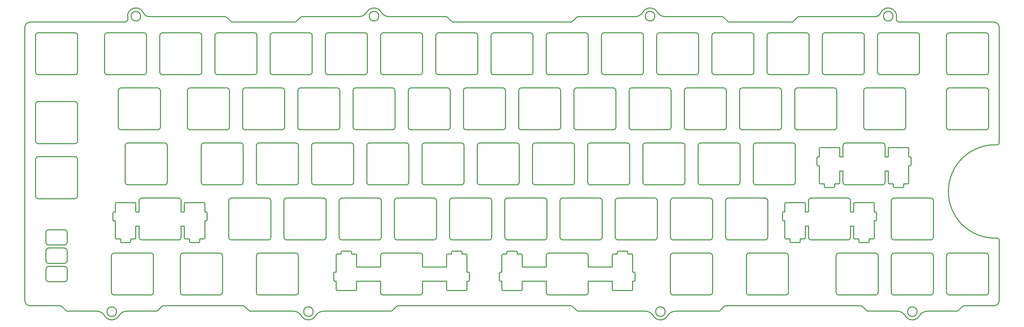
<source format=gbr>
%TF.GenerationSoftware,KiCad,Pcbnew,9.0.2*%
%TF.CreationDate,2025-08-18T14:39:33+09:00*%
%TF.ProjectId,CL70_Plate,434c3730-5f50-46c6-9174-652e6b696361,rev?*%
%TF.SameCoordinates,Original*%
%TF.FileFunction,Copper,L2,Bot*%
%TF.FilePolarity,Positive*%
%FSLAX46Y46*%
G04 Gerber Fmt 4.6, Leading zero omitted, Abs format (unit mm)*
G04 Created by KiCad (PCBNEW 9.0.2) date 2025-08-18 14:39:33*
%MOMM*%
%LPD*%
G01*
G04 APERTURE LIST*
%TA.AperFunction,NonConductor*%
%ADD10C,0.300000*%
%TD*%
G04 APERTURE END LIST*
D10*
X335629864Y-93099992D02*
X335629864Y-93100000D01*
X378524981Y-170565292D02*
X378525002Y-170565292D01*
X244988426Y-184649292D02*
X244988502Y-184649292D01*
X304525156Y-169669492D02*
X304525152Y-169669492D01*
X306250456Y-170869792D02*
X306250442Y-170869792D01*
X328325256Y-169669492D02*
X328325252Y-169669492D01*
X72718456Y-163399492D02*
X72718432Y-163399492D01*
X44150014Y-95000000D02*
X76715064Y-95000000D01*
X42300002Y-96850012D02*
G75*
G02*
X44150014Y-95000000I1850012J0D01*
G01*
X44149964Y-193100000D02*
G75*
G02*
X42300056Y-191250000I0J1849908D01*
G01*
X67103864Y-195000000D02*
G75*
G02*
X69831837Y-196574995I0J-3149992D01*
G01*
X134969464Y-195000000D02*
X120167364Y-195000000D01*
X142633799Y-196575000D02*
G75*
G02*
X137697455Y-196575000I-2468172J1425000D01*
G01*
X142633799Y-196575000D02*
G75*
G02*
X145361779Y-195000009I2727965J-1574992D01*
G01*
X170413620Y-193436749D02*
G75*
G02*
X171219082Y-193099959I813144J-813143D01*
G01*
X230548264Y-193100000D02*
G75*
G02*
X231358299Y-193433623I0J-1150192D01*
G01*
X232671422Y-194746788D02*
X231358278Y-193433644D01*
X264077549Y-196575000D02*
G75*
G02*
X259141203Y-196575000I-2468173J1425000D01*
G01*
X330560764Y-193100000D02*
X284328581Y-193100000D01*
X363760788Y-195000000D02*
X353712115Y-195000000D01*
X378525002Y-191249992D02*
G75*
G02*
X376675002Y-193099930I-1849938J0D01*
G01*
X378525002Y-170565292D02*
X378525002Y-191249992D01*
X378525002Y-96864095D02*
X378525002Y-136584692D01*
X337600434Y-91810000D02*
G75*
G02*
X342989349Y-93591233I2612030J-1139992D01*
G01*
X89451120Y-193436749D02*
X88136821Y-194751049D01*
X337600434Y-91810000D02*
G75*
G02*
X335629864Y-93099992I-1970570J860108D01*
G01*
X307561453Y-94663181D02*
X308875753Y-93348881D01*
X170413620Y-193436749D02*
X169099321Y-194751049D01*
X285526564Y-95000000D02*
G75*
G02*
X284718534Y-94668147I100J1149908D01*
G01*
X255569329Y-91525000D02*
G75*
G02*
X260505675Y-91525000I2468173J-1425000D01*
G01*
X264077549Y-196575000D02*
G75*
G02*
X266805464Y-195000002I2727915J-1574892D01*
G01*
X232675753Y-93348881D02*
G75*
G02*
X233283050Y-93099957I601011J-601011D01*
G01*
X231361453Y-94663181D02*
G75*
G02*
X230548288Y-94999973I-813089J813089D01*
G01*
X283522908Y-193436836D02*
X282208709Y-194751036D01*
X188152128Y-93351758D02*
X189468525Y-94668156D01*
X187548264Y-93100000D02*
G75*
G02*
X188152149Y-93351737I0J-850192D01*
G01*
X377646252Y-169715760D02*
G75*
G02*
X377646252Y-137434244I-546248J16140758D01*
G01*
X167983664Y-93100000D02*
G75*
G02*
X165255678Y-91524998I0J3150008D01*
G01*
X160319329Y-91525000D02*
G75*
G02*
X157591349Y-93099983I-2727965J1575008D01*
G01*
X190276564Y-95000000D02*
X230548288Y-95000000D01*
X137425753Y-93348881D02*
G75*
G02*
X138033050Y-93099957I601011J-601011D01*
G01*
X136111453Y-94663181D02*
X137425753Y-93348881D01*
X136111453Y-94663181D02*
G75*
G02*
X135298288Y-94999973I-813089J813089D01*
G01*
X114076564Y-95000000D02*
X135298288Y-95000000D01*
X111348264Y-93100000D02*
G75*
G02*
X111952149Y-93351737I0J-850192D01*
G01*
X77835579Y-93591250D02*
G75*
G02*
X83224573Y-91809999I2776925J641248D01*
G01*
X360325002Y-175849992D02*
G75*
G02*
X361286596Y-174899999I950162J-100D01*
G01*
X360325002Y-188450000D02*
X360325002Y-175849992D01*
X361274964Y-189400000D02*
G75*
G02*
X360325056Y-188450000I0J949908D01*
G01*
X361286596Y-174900000D02*
X373874964Y-174900000D01*
X341275002Y-175849992D02*
G75*
G02*
X342236596Y-174899999I950162J-100D01*
G01*
X355775002Y-188449992D02*
G75*
G02*
X354825002Y-189399930I-949938J0D01*
G01*
X263233664Y-93100000D02*
G75*
G02*
X260505678Y-91524998I0J3150008D01*
G01*
X344109964Y-95000000D02*
X376674864Y-95000000D01*
X335775002Y-189400000D02*
X323174964Y-189400000D01*
X335774964Y-174900000D02*
G75*
G02*
X336725004Y-175860127I-100J-950192D01*
G01*
X354825002Y-189400000D02*
X342224964Y-189400000D01*
X305768752Y-175849992D02*
X305768752Y-188449992D01*
X266024964Y-189400000D02*
G75*
G02*
X265075056Y-188450000I0J949908D01*
G01*
X279575002Y-175860127D02*
X279575002Y-188449992D01*
X208612502Y-175180392D02*
X208612502Y-174599192D01*
X208612502Y-175180392D02*
G75*
G02*
X208562502Y-175230330I-49938J0D01*
G01*
X207245564Y-175230400D02*
X208562502Y-175230400D01*
X206888502Y-175580392D02*
G75*
G02*
X207245564Y-175230398I350162J-100D01*
G01*
X206417855Y-181500470D02*
X206838502Y-181500470D01*
X42300002Y-191250000D02*
X42300002Y-96850012D01*
X206838464Y-184599230D02*
X206412364Y-184599230D01*
X305768752Y-188449992D02*
G75*
G02*
X304818752Y-189399980I-949988J0D01*
G01*
X285526564Y-95000000D02*
X306748288Y-95000000D01*
X223162464Y-189400000D02*
G75*
G02*
X222212556Y-188450000I0J949908D01*
G01*
X244938464Y-184599230D02*
X236762464Y-184599230D01*
X252038502Y-187479392D02*
G75*
G02*
X251688464Y-187829430I-350038J0D01*
G01*
X252038502Y-184649192D02*
G75*
G02*
X252088464Y-184599230I49962J0D01*
G01*
X252863502Y-184249192D02*
G75*
G02*
X252513464Y-184599230I-350038J0D01*
G01*
X252088464Y-181500470D02*
G75*
G02*
X252038501Y-181451716I0J49978D01*
G01*
X251688464Y-175230400D02*
G75*
G02*
X252038505Y-175586583I-100J-350192D01*
G01*
X250362464Y-175230400D02*
X251688464Y-175230400D01*
X250312502Y-174599292D02*
X250312502Y-175180400D01*
X244988502Y-179649392D02*
X244988502Y-175580392D01*
X223174096Y-174900000D02*
X235762464Y-174900000D01*
X212262464Y-175230400D02*
X213588464Y-175230400D01*
X212212502Y-174599292D02*
X212212502Y-175180400D01*
X208612502Y-174599192D02*
G75*
G02*
X208965109Y-174249240I349962J0D01*
G01*
X149738502Y-181450492D02*
G75*
G02*
X149688502Y-181500430I-49938J0D01*
G01*
X149267855Y-181500470D02*
X149688502Y-181500470D01*
X150088364Y-187829430D02*
G75*
G02*
X149738500Y-187472200I100J350038D01*
G01*
X165012464Y-184599230D02*
X156838464Y-184599230D01*
X187788464Y-184599230D02*
X179612464Y-184599230D01*
X187838502Y-187472200D02*
X187838502Y-184649292D01*
X187788464Y-184599230D02*
G75*
G02*
X187838426Y-184649292I0J-49962D01*
G01*
X194538464Y-187829430D02*
X188188364Y-187829430D01*
X179562502Y-184649192D02*
G75*
G02*
X179612464Y-184599230I49962J0D01*
G01*
X194888502Y-187479392D02*
G75*
G02*
X194538464Y-187829430I-350038J0D01*
G01*
X194888502Y-184649192D02*
G75*
G02*
X194938464Y-184599230I49962J0D01*
G01*
X195713502Y-184249192D02*
G75*
G02*
X195363464Y-184599230I-350038J0D01*
G01*
X156438464Y-187829430D02*
X150088364Y-187829430D01*
X194888502Y-175586583D02*
X194888502Y-181451716D01*
X194538464Y-175230400D02*
G75*
G02*
X194888505Y-175586583I-100J-350192D01*
G01*
X192812364Y-174249240D02*
G75*
G02*
X193162416Y-174599292I100J-349952D01*
G01*
X189562502Y-175180392D02*
G75*
G02*
X189512502Y-175230330I-49938J0D01*
G01*
X187838502Y-179649392D02*
X187838502Y-175580392D01*
X178612464Y-174900000D02*
G75*
G02*
X179562504Y-175860127I-100J-950192D01*
G01*
X166024096Y-174900000D02*
X178612464Y-174900000D01*
X165062502Y-175849992D02*
G75*
G02*
X166024096Y-174899999I950162J-100D01*
G01*
X156838464Y-179699360D02*
G75*
G02*
X156788502Y-179650166I0J49968D01*
G01*
X151815109Y-174249240D02*
X154712364Y-174249240D01*
X123149964Y-189400000D02*
G75*
G02*
X122200056Y-188450000I0J949908D01*
G01*
X344109964Y-95000000D02*
G75*
G02*
X342989440Y-93591254I0J1150008D01*
G01*
X343328864Y-195000000D02*
G75*
G02*
X346056837Y-196574995I0J-3149992D01*
G01*
X136700002Y-175860127D02*
X136700002Y-188449992D01*
X109556252Y-189400000D02*
X96956264Y-189400000D01*
X255569329Y-91525000D02*
G75*
G02*
X252841349Y-93099983I-2727965J1575008D01*
G01*
X110506252Y-175849992D02*
X110506252Y-188449992D01*
X73143764Y-189400000D02*
G75*
G02*
X72193756Y-188449992I0J950008D01*
G01*
X155062502Y-174599292D02*
X155062502Y-175180400D01*
X85743752Y-189400000D02*
X73143764Y-189400000D01*
X154712364Y-174249240D02*
G75*
G02*
X155062416Y-174599292I100J-349952D01*
G01*
X86693752Y-188449992D02*
G75*
G02*
X85743752Y-189399980I-949988J0D01*
G01*
X86693752Y-175849992D02*
X86693752Y-188449992D01*
X341275002Y-156799992D02*
G75*
G02*
X342236596Y-155849999I950162J-100D01*
G01*
X341275002Y-169400000D02*
X341275002Y-156799992D01*
X354825002Y-170350000D02*
X342224964Y-170350000D01*
X355775002Y-169399992D02*
G75*
G02*
X354825002Y-170349930I-949938J0D01*
G01*
X355775002Y-156810127D02*
X355775002Y-169399992D01*
X342236596Y-155850000D02*
X354824964Y-155850000D01*
X306250442Y-170869792D02*
X306250442Y-170068353D01*
X309499452Y-171219800D02*
X306600464Y-171219800D01*
X309849452Y-170069492D02*
G75*
G02*
X309898050Y-170019500I50012J0D01*
G01*
X311574752Y-169669492D02*
G75*
G02*
X311224752Y-170019480I-349988J0D01*
G01*
X313649964Y-170350000D02*
G75*
G02*
X312700056Y-169400000I0J949908D01*
G01*
X326250002Y-170350000D02*
X313649964Y-170350000D01*
X327200002Y-165600692D02*
G75*
G02*
X327247418Y-165550605I50162J0D01*
G01*
X328275264Y-165550600D02*
G75*
G02*
X328325256Y-165600592I0J-49992D01*
G01*
X311574752Y-165600592D02*
X311574752Y-169669492D01*
X328325252Y-169669492D02*
X328325252Y-165600592D01*
X330049152Y-170869792D02*
X330049152Y-170069492D01*
X189562502Y-174599192D02*
G75*
G02*
X189915109Y-174249240I349962J0D01*
G01*
X336200252Y-163399492D02*
G75*
G02*
X335850252Y-163749480I-349988J0D01*
G01*
X335024764Y-157420500D02*
G75*
G02*
X335374756Y-157770492I0J-349992D01*
G01*
X328679005Y-157420500D02*
X335024764Y-157420500D01*
X328325252Y-160600692D02*
G75*
G02*
X328275252Y-160650680I-49988J0D01*
G01*
X327249964Y-160650700D02*
G75*
G02*
X327200056Y-160600700I0J49908D01*
G01*
X327200002Y-156810127D02*
X327200002Y-160600700D01*
X326249964Y-155850000D02*
G75*
G02*
X327200004Y-156810127I-100J-950192D01*
G01*
X313661596Y-155850000D02*
X326249964Y-155850000D01*
X122200002Y-188450000D02*
X122200002Y-175849992D01*
X312700002Y-160600692D02*
X312700002Y-156799992D01*
X120167364Y-195000000D02*
G75*
G02*
X119562665Y-194747448I0J850208D01*
G01*
X312700002Y-160600692D02*
G75*
G02*
X312650002Y-160650630I-49938J0D01*
G01*
X311624764Y-160650700D02*
X312650002Y-160650700D01*
X333289164Y-195000000D02*
G75*
G02*
X332683931Y-194746780I0J849908D01*
G01*
X304878905Y-157420500D02*
X311224764Y-157420500D01*
X304525152Y-160600692D02*
X304525152Y-157770492D01*
X304525152Y-160600692D02*
G75*
G02*
X304475152Y-160650680I-49988J0D01*
G01*
X304049682Y-160650700D02*
X304475152Y-160650700D01*
X303699682Y-163395309D02*
X303699682Y-161000692D01*
X304475164Y-163749500D02*
X304049664Y-163749500D01*
X306200464Y-170019500D02*
X304875164Y-170019500D01*
X284125002Y-156799992D02*
G75*
G02*
X285086596Y-155849999I950162J-100D01*
G01*
X285074964Y-170350000D02*
G75*
G02*
X284125056Y-169400000I0J949908D01*
G01*
X297675002Y-170350000D02*
X285074964Y-170350000D01*
X136700002Y-188449992D02*
G75*
G02*
X135750002Y-189399930I-949938J0D01*
G01*
X265075002Y-156799992D02*
G75*
G02*
X266036596Y-155849999I950162J-100D01*
G01*
X265075002Y-169400000D02*
X265075002Y-156799992D01*
X279575002Y-169399992D02*
G75*
G02*
X278625002Y-170349930I-949938J0D01*
G01*
X279575002Y-156810127D02*
X279575002Y-169399992D01*
X246025002Y-169400000D02*
X246025002Y-156799992D01*
X259574964Y-155850000D02*
G75*
G02*
X260525004Y-156810127I-100J-950192D01*
G01*
X226975002Y-169400000D02*
X226975002Y-156800092D01*
X309483050Y-93100000D02*
X335629864Y-93100000D01*
X240524964Y-155850000D02*
G75*
G02*
X241475004Y-156810127I-100J-950192D01*
G01*
X207925002Y-156799992D02*
G75*
G02*
X208886596Y-155849999I950162J-100D01*
G01*
X149738426Y-184649292D02*
X149738502Y-184649292D01*
X208874964Y-170350000D02*
G75*
G02*
X207925056Y-169400000I0J949908D01*
G01*
X188875002Y-169400000D02*
X188875002Y-156799992D01*
X202425002Y-170350000D02*
X189824964Y-170350000D01*
X170774964Y-170350000D02*
G75*
G02*
X169825056Y-169400000I0J949908D01*
G01*
X184325002Y-169399992D02*
G75*
G02*
X183375002Y-170349930I-949938J0D01*
G01*
X184325002Y-156810127D02*
X184325002Y-169399992D01*
X183374964Y-155850000D02*
G75*
G02*
X184325004Y-156810127I-100J-950192D01*
G01*
X165275002Y-169399992D02*
G75*
G02*
X164325002Y-170349930I-949938J0D01*
G01*
X164324864Y-155850000D02*
G75*
G02*
X165275004Y-156810127I0J-950192D01*
G01*
X132674964Y-170350000D02*
G75*
G02*
X131725056Y-169400000I0J949908D01*
G01*
X132686596Y-155850000D02*
X145274964Y-155850000D01*
X112675002Y-156799992D02*
G75*
G02*
X113636596Y-155849999I950162J-100D01*
G01*
X127175002Y-169399992D02*
G75*
G02*
X126225002Y-170349930I-949938J0D01*
G01*
X78868202Y-170069592D02*
G75*
G02*
X78915618Y-170019505I50162J0D01*
G01*
X80593502Y-165600692D02*
X80593502Y-169669492D01*
X151462502Y-175180392D02*
G75*
G02*
X151412502Y-175230330I-49938J0D01*
G01*
X222212502Y-179649392D02*
G75*
G02*
X222162502Y-179699330I-49938J0D01*
G01*
X96218752Y-165600592D02*
X96218752Y-169399992D01*
X202424964Y-155850000D02*
G75*
G02*
X203375004Y-156810127I-100J-950192D01*
G01*
X96218752Y-165600592D02*
G75*
G02*
X96267350Y-165550600I50012J0D01*
G01*
X97293864Y-165550600D02*
X96267350Y-165550600D01*
X97293864Y-165550600D02*
G75*
G02*
X97343997Y-165598367I0J-50192D01*
G01*
X97344002Y-169669500D02*
X97344002Y-165598367D01*
X99017764Y-170019500D02*
G75*
G02*
X99067897Y-170067267I0J-50192D01*
G01*
X99067902Y-170869800D02*
X99067902Y-170067267D01*
X104043502Y-170019500D02*
X102715718Y-170019500D01*
X145275002Y-170350000D02*
X132674964Y-170350000D01*
X104393502Y-163799592D02*
X104393502Y-169669492D01*
X104443464Y-160650700D02*
G75*
G02*
X104393556Y-160600700I0J49908D01*
G01*
X104043464Y-157420500D02*
G75*
G02*
X104393505Y-157776683I-100J-350192D01*
G01*
X97701064Y-157420500D02*
X104043464Y-157420500D01*
X96218752Y-156799992D02*
X96218752Y-160600692D01*
X95268764Y-155850000D02*
G75*
G02*
X96218756Y-156799992I0J-949992D01*
G01*
X104393502Y-163799592D02*
G75*
G02*
X104440918Y-163749505I50162J0D01*
G01*
X81718752Y-156799992D02*
G75*
G02*
X82674928Y-155850000I950012J0D01*
G01*
X73900964Y-157420500D02*
X80243464Y-157420500D01*
X73543902Y-160600692D02*
X73543902Y-157770492D01*
X81718752Y-169399992D02*
X81718752Y-165600592D01*
X73068432Y-160650700D02*
X73493902Y-160650700D01*
X81718752Y-160600692D02*
X81718752Y-156799992D01*
X72718432Y-161000692D02*
G75*
G02*
X73068432Y-160650760I349932J0D01*
G01*
X73493764Y-163749500D02*
X73068464Y-163749500D01*
X49600002Y-183850000D02*
X49600002Y-180449992D01*
X55950002Y-184800000D02*
X50549964Y-184800000D01*
X112675002Y-169400000D02*
X112675002Y-156799992D01*
X55949964Y-179500000D02*
G75*
G02*
X56900004Y-180460127I-100J-950192D01*
G01*
X50561596Y-179500000D02*
X55949964Y-179500000D01*
X49600002Y-174106392D02*
G75*
G02*
X50550064Y-173156330I949962J100D01*
G01*
X50549964Y-178456250D02*
G75*
G02*
X49600006Y-177506292I0J949958D01*
G01*
X55937891Y-178456250D02*
X50549964Y-178456250D01*
X50549964Y-172112500D02*
G75*
G02*
X49600056Y-171162500I0J949908D01*
G01*
X105219002Y-161006883D02*
X105219002Y-163399492D01*
X50561596Y-166812500D02*
X55949964Y-166812500D01*
X318156692Y-151819800D02*
X318156692Y-151017081D01*
X318506664Y-152169800D02*
G75*
G02*
X318156756Y-151819800I0J349908D01*
G01*
X321405702Y-152169800D02*
X318506664Y-152169800D01*
X321755702Y-151019592D02*
X321755702Y-151819792D01*
X81718752Y-160600692D02*
G75*
G02*
X81668752Y-160650680I-49988J0D01*
G01*
X323481002Y-146550692D02*
X323481002Y-150619492D01*
X342224964Y-189400000D02*
G75*
G02*
X341275056Y-188450000I0J949908D01*
G01*
X324556264Y-146500600D02*
G75*
G02*
X324606256Y-146550592I0J-49992D01*
G01*
X324606252Y-150349992D02*
X324606252Y-146550592D01*
X325556264Y-151300000D02*
G75*
G02*
X324606256Y-150349992I0J950008D01*
G01*
X56900002Y-167772627D02*
X56900002Y-171162492D01*
X56900002Y-177506392D02*
G75*
G02*
X55937891Y-178456253I-950038J100D01*
G01*
X338156252Y-151300000D02*
X325556264Y-151300000D01*
X340181364Y-146500600D02*
X339154850Y-146500600D01*
X340581464Y-150969500D02*
G75*
G02*
X340231556Y-150619500I0J349908D01*
G01*
X189836596Y-155850000D02*
X202424964Y-155850000D01*
X341905264Y-150969500D02*
X340581464Y-150969500D01*
X342305364Y-152169800D02*
G75*
G02*
X341955456Y-151819800I0J349908D01*
G01*
X347281002Y-150619492D02*
G75*
G02*
X346931002Y-150969430I-349938J0D01*
G01*
X347281002Y-144749592D02*
X347281002Y-150619492D01*
X323131002Y-150969500D02*
X321803118Y-150969500D01*
X347756502Y-144699500D02*
X347328418Y-144699500D01*
X73543902Y-169669500D02*
X73543902Y-163797267D01*
X348106502Y-144349492D02*
G75*
G02*
X347756502Y-144699430I-349938J0D01*
G01*
X348106502Y-141956883D02*
X348106502Y-144349492D01*
X339106252Y-146550592D02*
X339106252Y-150349992D01*
X347330964Y-141600700D02*
G75*
G02*
X347281056Y-141550700I0J49908D01*
G01*
X321755702Y-151019592D02*
G75*
G02*
X321803118Y-150969505I50162J0D01*
G01*
X340231502Y-141550692D02*
X340231502Y-138720492D01*
X340231502Y-141550692D02*
G75*
G02*
X340181502Y-141600630I-49938J0D01*
G01*
X339156264Y-141600700D02*
X340181502Y-141600700D01*
X339106252Y-146550592D02*
G75*
G02*
X339154850Y-146500600I50012J0D01*
G01*
X179562502Y-175860127D02*
X179562502Y-179650166D01*
X339106252Y-137749992D02*
X339106252Y-141550692D01*
X325562428Y-136800000D02*
X338156264Y-136800000D01*
X323530964Y-141600700D02*
X324556252Y-141600700D01*
X149738502Y-175580392D02*
G75*
G02*
X150095564Y-175230398I350162J-100D01*
G01*
X252513464Y-181500470D02*
G75*
G02*
X252863486Y-181850492I0J-350022D01*
G01*
X323530964Y-141600700D02*
G75*
G02*
X323481056Y-141550700I0J49908D01*
G01*
X323481002Y-138726683D02*
X323481002Y-141550700D01*
X316788464Y-138370500D02*
X323130964Y-138370500D01*
X316431402Y-141550692D02*
G75*
G02*
X316381402Y-141600630I-49938J0D01*
G01*
X315955964Y-144699500D02*
G75*
G02*
X315605956Y-144349492I0J350008D01*
G01*
X316381264Y-144699500D02*
X315955964Y-144699500D01*
X316381264Y-144699500D02*
G75*
G02*
X316431397Y-144747267I0J-50192D01*
G01*
X318106564Y-150969500D02*
X316781364Y-150969500D01*
X222212426Y-184649292D02*
X222212502Y-184649292D01*
X293650002Y-137749992D02*
G75*
G02*
X294611596Y-136799999I950162J-100D01*
G01*
X293650002Y-150350000D02*
X293650002Y-137749992D01*
X307200002Y-151300000D02*
X294599964Y-151300000D01*
X156438464Y-175230400D02*
G75*
G02*
X156788505Y-175586583I-100J-350192D01*
G01*
X274600002Y-150350000D02*
X274600002Y-137749992D01*
X275549964Y-151300000D02*
G75*
G02*
X274600056Y-150350000I0J949908D01*
G01*
X288150002Y-151300000D02*
X275549964Y-151300000D01*
X256499964Y-151300000D02*
G75*
G02*
X255550056Y-150350000I0J949908D01*
G01*
X270050002Y-137760127D02*
X270050002Y-150349992D01*
X256511596Y-136800000D02*
X269099964Y-136800000D01*
X237449964Y-151300000D02*
G75*
G02*
X236500056Y-150350000I0J949908D01*
G01*
X250050002Y-151300000D02*
X237449964Y-151300000D01*
X251000002Y-137760127D02*
X251000002Y-150349992D01*
X250049964Y-136800000D02*
G75*
G02*
X251000004Y-137760127I-100J-950192D01*
G01*
X218399964Y-151300000D02*
G75*
G02*
X217450056Y-150350000I0J949908D01*
G01*
X231000002Y-151300000D02*
X218399964Y-151300000D01*
X236500002Y-150350000D02*
X236500002Y-137749992D01*
X231950002Y-137760127D02*
X231950002Y-150349992D01*
X289100002Y-137760127D02*
X289100002Y-150349992D01*
X212900002Y-150349992D02*
G75*
G02*
X211950002Y-151299930I-949938J0D01*
G01*
X270050002Y-150349992D02*
G75*
G02*
X269100002Y-151299930I-949938J0D01*
G01*
X212900002Y-137760127D02*
X212900002Y-150349992D01*
X179350002Y-150350000D02*
X179350002Y-137749992D01*
X192900002Y-151300000D02*
X180299964Y-151300000D01*
X173850002Y-151300000D02*
X161249964Y-151300000D01*
X154800002Y-151300000D02*
X142199964Y-151300000D01*
X155750002Y-137760127D02*
X155750002Y-150349992D01*
X154799964Y-136800000D02*
G75*
G02*
X155750004Y-137760127I-100J-950192D01*
G01*
X122200002Y-150350000D02*
X122200002Y-137750092D01*
X123149964Y-151300000D02*
G75*
G02*
X122200056Y-150350000I0J949908D01*
G01*
X136700002Y-150349992D02*
G75*
G02*
X135750002Y-151299930I-949938J0D01*
G01*
X123161596Y-136800000D02*
X135749964Y-136800000D01*
X103150002Y-137749992D02*
G75*
G02*
X104111596Y-136799999I950162J-100D01*
G01*
X116700002Y-151300000D02*
X104099964Y-151300000D01*
X76956252Y-137749992D02*
G75*
G02*
X77912428Y-136800000I950012J0D01*
G01*
X76956252Y-150349992D02*
X76956252Y-137749992D01*
X77906264Y-151300000D02*
G75*
G02*
X76956256Y-150349992I0J950008D01*
G01*
X90506252Y-151300000D02*
X77906264Y-151300000D01*
X91456252Y-150349992D02*
G75*
G02*
X90506252Y-151299980I-949988J0D01*
G01*
X90506264Y-136800000D02*
G75*
G02*
X91456256Y-137749992I0J-949992D01*
G01*
X77912428Y-136800000D02*
X90506264Y-136800000D01*
X156788502Y-187479392D02*
G75*
G02*
X156438464Y-187829430I-350038J0D01*
G01*
X46949964Y-156062500D02*
G75*
G02*
X46000056Y-155112500I0J949908D01*
G01*
X46000002Y-136062500D02*
X46000002Y-123462492D01*
X60500002Y-123472627D02*
X60500002Y-136062492D01*
X135750002Y-151300000D02*
X123149964Y-151300000D01*
X187838502Y-179649392D02*
G75*
G02*
X187788502Y-179699330I-49938J0D01*
G01*
X74575002Y-118699992D02*
G75*
G02*
X75536596Y-117749999I950162J-100D01*
G01*
X74575002Y-131300000D02*
X74575002Y-118699992D01*
X75524964Y-132250000D02*
G75*
G02*
X74575056Y-131300000I0J949908D01*
G01*
X89075002Y-131299992D02*
G75*
G02*
X88125002Y-132249930I-949938J0D01*
G01*
X75536596Y-117750000D02*
X88124964Y-117750000D01*
X60500002Y-155112492D02*
G75*
G02*
X59550002Y-156062430I-949938J0D01*
G01*
X99337464Y-132250000D02*
G75*
G02*
X98387556Y-131300000I0J949908D01*
G01*
X117437502Y-118699992D02*
G75*
G02*
X118399096Y-117749999I950162J-100D01*
G01*
X131937502Y-131299992D02*
G75*
G02*
X130987502Y-132249930I-949938J0D01*
G01*
X118399096Y-117750000D02*
X130987464Y-117750000D01*
X131937502Y-118710127D02*
X131937502Y-131299992D01*
X136487502Y-118699992D02*
G75*
G02*
X137449096Y-117749999I950162J-100D01*
G01*
X150037502Y-132250000D02*
X137437464Y-132250000D01*
X193637502Y-118699992D02*
G75*
G02*
X194599096Y-117749999I950162J-100D01*
G01*
X207187502Y-132250000D02*
X194587464Y-132250000D01*
X208137502Y-118710127D02*
X208137502Y-131299992D01*
X207187364Y-117750000D02*
G75*
G02*
X208137504Y-118710127I0J-950192D01*
G01*
X194599096Y-117750000D02*
X207187364Y-117750000D01*
X213637464Y-132250000D02*
G75*
G02*
X212687556Y-131300000I0J949908D01*
G01*
X89075002Y-118710127D02*
X89075002Y-131299992D01*
X227187502Y-131299992D02*
G75*
G02*
X226237502Y-132249930I-949938J0D01*
G01*
X226237364Y-117750000D02*
G75*
G02*
X227187504Y-118710127I0J-950192D01*
G01*
X213649096Y-117750000D02*
X226237364Y-117750000D01*
X130987464Y-117750000D02*
G75*
G02*
X131937504Y-118710127I-100J-950192D01*
G01*
X231737502Y-131300000D02*
X231737502Y-118699992D01*
X232687464Y-132250000D02*
G75*
G02*
X231737556Y-131300000I0J949908D01*
G01*
X89451120Y-193436749D02*
G75*
G02*
X90256582Y-193099959I813144J-813143D01*
G01*
X245287464Y-117750000D02*
G75*
G02*
X246237504Y-118710127I-100J-950192D01*
G01*
X245338364Y-187829430D02*
G75*
G02*
X244988500Y-187472200I100J350038D01*
G01*
X206888502Y-181450492D02*
G75*
G02*
X206838502Y-181500430I-49938J0D01*
G01*
X250787502Y-131300000D02*
X250787502Y-118699992D01*
X251737464Y-132250000D02*
G75*
G02*
X250787556Y-131300000I0J949908D01*
G01*
X111937502Y-132250000D02*
X99337464Y-132250000D01*
X265287502Y-131299992D02*
G75*
G02*
X264337502Y-132249930I-949938J0D01*
G01*
X208137502Y-131299992D02*
G75*
G02*
X207187502Y-132249930I-949938J0D01*
G01*
X251749096Y-117750000D02*
X264337364Y-117750000D01*
X270787464Y-132250000D02*
G75*
G02*
X269837556Y-131300000I0J949908D01*
G01*
X289837464Y-132250000D02*
G75*
G02*
X288887556Y-131300000I0J949908D01*
G01*
X307937502Y-131300000D02*
X307937502Y-118699992D01*
X321487502Y-132250000D02*
X308887464Y-132250000D01*
X308899096Y-117750000D02*
X321487364Y-117750000D01*
X346250002Y-131299992D02*
G75*
G02*
X345300002Y-132249930I-949938J0D01*
G01*
X361274964Y-132250000D02*
G75*
G02*
X360325056Y-131300000I0J949908D01*
G01*
X360325002Y-112250000D02*
X360325002Y-99650092D01*
X170037502Y-118710127D02*
X170037502Y-131299992D01*
X329999164Y-170019500D02*
G75*
G02*
X330049156Y-170069492I0J-49992D01*
G01*
X374825002Y-99660127D02*
X374825002Y-112249992D01*
X361286596Y-98700000D02*
X373874964Y-98700000D01*
X337462464Y-113200000D02*
G75*
G02*
X336512556Y-112250000I0J949908D01*
G01*
X333649552Y-170069492D02*
X333649552Y-170869792D01*
X351012502Y-99660127D02*
X351012502Y-112249992D01*
X206062502Y-181850492D02*
G75*
G02*
X206417855Y-181500468I350162J-100D01*
G01*
X350062364Y-98700000D02*
G75*
G02*
X351012504Y-99660127I0J-950192D01*
G01*
X317462502Y-112250000D02*
X317462502Y-99649992D01*
X331012502Y-113200000D02*
X318412464Y-113200000D01*
X331962502Y-112249992D02*
G75*
G02*
X331012502Y-113199930I-949938J0D01*
G01*
X331962502Y-99660127D02*
X331962502Y-112249992D01*
X331012464Y-98700000D02*
G75*
G02*
X331962504Y-99660127I-100J-950192D01*
G01*
X318424096Y-98700000D02*
X331012464Y-98700000D01*
X299362464Y-113200000D02*
G75*
G02*
X298412556Y-112250000I0J949908D01*
G01*
X312912502Y-112249992D02*
G75*
G02*
X311962502Y-113199930I-949938J0D01*
G01*
X312912502Y-99660127D02*
X312912502Y-112249992D01*
X311962464Y-98700000D02*
G75*
G02*
X312912504Y-99660127I-100J-950192D01*
G01*
X292912464Y-98700000D02*
G75*
G02*
X293862504Y-99660127I-100J-950192D01*
G01*
X156499096Y-117750000D02*
X169087464Y-117750000D01*
X72718432Y-163399492D02*
X72718432Y-161000692D01*
X280324096Y-98700000D02*
X292912464Y-98700000D01*
X188137364Y-117750000D02*
G75*
G02*
X189087504Y-118710127I0J-950192D01*
G01*
X260312502Y-99649992D02*
G75*
G02*
X261274096Y-98699999I950162J-100D01*
G01*
X374825002Y-188449992D02*
G75*
G02*
X373875002Y-189399930I-949938J0D01*
G01*
X273862502Y-113200000D02*
X261262464Y-113200000D01*
X274812502Y-112249992D02*
G75*
G02*
X273862502Y-113199930I-949938J0D01*
G01*
X331750002Y-131300000D02*
X331750002Y-118700092D01*
X274812502Y-99660127D02*
X274812502Y-112249992D01*
X263233664Y-93100000D02*
X282798264Y-93100000D01*
X222212502Y-99649992D02*
G75*
G02*
X223174096Y-98699999I950162J-100D01*
G01*
X235762502Y-113200000D02*
X223162464Y-113200000D01*
X236712502Y-112249992D02*
G75*
G02*
X235762502Y-113199930I-949938J0D01*
G01*
X56900002Y-180460127D02*
X56900002Y-183849992D01*
X168498288Y-195000000D02*
X145361779Y-195000000D01*
X203162502Y-112250000D02*
X203162502Y-99649992D01*
X216712502Y-113200000D02*
X204112464Y-113200000D01*
X217662502Y-112249992D02*
G75*
G02*
X216712502Y-113199930I-949938J0D01*
G01*
X216712464Y-98700000D02*
G75*
G02*
X217662504Y-99660127I-100J-950192D01*
G01*
X185062464Y-113200000D02*
G75*
G02*
X184112556Y-112250000I0J949908D01*
G01*
X198612502Y-99660127D02*
X198612502Y-112249992D01*
X197662464Y-98700000D02*
G75*
G02*
X198612504Y-99660127I-100J-950192D01*
G01*
X185074096Y-98700000D02*
X197662464Y-98700000D01*
X165062502Y-99649992D02*
G75*
G02*
X166024096Y-98699999I950162J-100D01*
G01*
X166012464Y-113200000D02*
G75*
G02*
X165062556Y-112250000I0J949908D01*
G01*
X178612502Y-113200000D02*
X166012464Y-113200000D01*
X179562502Y-99660127D02*
X179562502Y-112249992D01*
X146012502Y-99649992D02*
G75*
G02*
X146974096Y-98699999I950162J-100D01*
G01*
X166024096Y-98700000D02*
X178612464Y-98700000D01*
X146012502Y-112250000D02*
X146012502Y-99649992D01*
X273862464Y-98700000D02*
G75*
G02*
X274812504Y-99660127I-100J-950192D01*
G01*
X146962464Y-113200000D02*
G75*
G02*
X146012556Y-112250000I0J949908D01*
G01*
X241262502Y-99649992D02*
G75*
G02*
X242224096Y-98699999I950162J-100D01*
G01*
X159562502Y-113200000D02*
X146962464Y-113200000D01*
X160512502Y-112249992D02*
G75*
G02*
X159562502Y-113199930I-949938J0D01*
G01*
X195363464Y-184599230D02*
X194938464Y-184599230D01*
X159562464Y-98700000D02*
G75*
G02*
X160512504Y-99660127I-100J-950192D01*
G01*
X126962502Y-99649992D02*
G75*
G02*
X127924096Y-98699999I950162J-100D01*
G01*
X140512502Y-113200000D02*
X127912464Y-113200000D01*
X108862464Y-113200000D02*
G75*
G02*
X107912556Y-112250000I0J949908D01*
G01*
X121462502Y-113200000D02*
X108862464Y-113200000D01*
X121462464Y-98700000D02*
G75*
G02*
X122412504Y-99660127I-100J-950192D01*
G01*
X213588464Y-187829430D02*
X207238364Y-187829430D01*
X88862502Y-99649992D02*
G75*
G02*
X89824096Y-98699999I950162J-100D01*
G01*
X89812464Y-113200000D02*
G75*
G02*
X88862556Y-112250000I0J949908D01*
G01*
X102412364Y-98700000D02*
G75*
G02*
X103362504Y-99660127I0J-950192D01*
G01*
X89824096Y-98700000D02*
X102412364Y-98700000D01*
X140512464Y-98700000D02*
G75*
G02*
X141462504Y-99660127I-100J-950192D01*
G01*
X84312502Y-99660127D02*
X84312502Y-112249992D01*
X60500002Y-99660127D02*
X60500002Y-112249992D01*
X59549964Y-98700000D02*
G75*
G02*
X60500004Y-99660127I-100J-950192D01*
G01*
X350175002Y-195150000D02*
G75*
G02*
X346875002Y-195150000I-1650000J0D01*
G01*
X346875002Y-195150000D02*
G75*
G02*
X350175002Y-195150000I1650000J0D01*
G01*
X73950002Y-195150000D02*
G75*
G02*
X70650002Y-195150000I-1650000J0D01*
G01*
X70650002Y-195150000D02*
G75*
G02*
X73950002Y-195150000I1650000J0D01*
G01*
X259687502Y-92950000D02*
G75*
G02*
X256387502Y-92950000I-1650000J0D01*
G01*
X256387502Y-92950000D02*
G75*
G02*
X259687502Y-92950000I1650000J0D01*
G01*
X164437502Y-92950000D02*
G75*
G02*
X161137502Y-92950000I-1650000J0D01*
G01*
X161137502Y-92950000D02*
G75*
G02*
X164437502Y-92950000I1650000J0D01*
G01*
X134969464Y-195000000D02*
G75*
G02*
X137697443Y-196575006I0J-3149992D01*
G01*
X117438864Y-193100000D02*
X90256582Y-193100000D01*
X230548264Y-193100000D02*
X171219082Y-193100000D01*
X85195064Y-93100000D02*
X111348264Y-93100000D01*
X60500002Y-112249992D02*
G75*
G02*
X59550002Y-113199930I-949938J0D01*
G01*
X102668302Y-170869792D02*
G75*
G02*
X102318302Y-171219730I-349938J0D01*
G01*
X336725002Y-175860127D02*
X336725002Y-188449992D01*
X46949964Y-113200000D02*
G75*
G02*
X46000056Y-112250000I0J949908D01*
G01*
X304818752Y-189400000D02*
X292218764Y-189400000D01*
X291268752Y-188449992D02*
X291268752Y-175849992D01*
X265075002Y-188450000D02*
X265075002Y-175849992D01*
X235762502Y-189400000D02*
X223162464Y-189400000D01*
X251688464Y-187829430D02*
X245338364Y-187829430D01*
X256413264Y-195000000D02*
X233276664Y-195000000D01*
X281607664Y-195000000D02*
X266805464Y-195000000D01*
X236762464Y-179699360D02*
G75*
G02*
X236712502Y-179650166I0J49968D01*
G01*
X57064164Y-195000000D02*
G75*
G02*
X56458931Y-194746780I0J849908D01*
G01*
X222212502Y-179649392D02*
X222212502Y-175849992D01*
X252863502Y-181850492D02*
X252863502Y-184249192D01*
X364361821Y-194751049D02*
G75*
G02*
X363760788Y-194999974I-600957J600957D01*
G01*
X213988464Y-179699360D02*
G75*
G02*
X213938502Y-179650166I0J49968D01*
G01*
X245345564Y-175230400D02*
X246662502Y-175230400D01*
X308875753Y-93348881D02*
G75*
G02*
X309483050Y-93099957I601011J-601011D01*
G01*
X323174964Y-189400000D02*
G75*
G02*
X322225056Y-188450000I0J949908D01*
G01*
X378525002Y-136584692D02*
G75*
G02*
X377646252Y-137434245I-850038J0D01*
G01*
X250362464Y-175230400D02*
G75*
G02*
X250312556Y-175180400I0J49908D01*
G01*
X151462502Y-175180392D02*
X151462502Y-174599192D01*
X246712502Y-175180392D02*
G75*
G02*
X246662502Y-175230330I-49938J0D01*
G01*
X213938502Y-175586583D02*
X213938502Y-179650166D01*
X373875002Y-132250000D02*
X361274964Y-132250000D01*
X150095564Y-175230400D02*
X151412502Y-175230400D01*
X227924964Y-170350000D02*
G75*
G02*
X226975056Y-169400000I0J949908D01*
G01*
X114076564Y-95000000D02*
G75*
G02*
X113268534Y-94668147I100J1149908D01*
G01*
X149738502Y-187472200D02*
X149738502Y-184649292D01*
X166012464Y-189400000D02*
G75*
G02*
X165062556Y-188450000I0J949908D01*
G01*
X178612502Y-189400000D02*
X166012464Y-189400000D01*
X212262464Y-175230400D02*
G75*
G02*
X212212556Y-175180400I0J49908D01*
G01*
X194888502Y-184649192D02*
X194888502Y-187479392D01*
X208886596Y-155850000D02*
X221474964Y-155850000D01*
X165062502Y-188450000D02*
X165062502Y-184649292D01*
X194938464Y-181500470D02*
G75*
G02*
X194888501Y-181451716I0J49978D01*
G01*
X156788502Y-184649192D02*
G75*
G02*
X156838464Y-184599230I49962J0D01*
G01*
X72193752Y-188449992D02*
X72193752Y-175849992D01*
X193212464Y-175230400D02*
X194538464Y-175230400D01*
X179562502Y-188449992D02*
G75*
G02*
X178612502Y-189399930I-949938J0D01*
G01*
X155112464Y-175230400D02*
X156438464Y-175230400D01*
X155112464Y-175230400D02*
G75*
G02*
X155062556Y-175180400I0J49908D01*
G01*
X96962428Y-174900000D02*
X109556264Y-174900000D01*
X96006252Y-175849992D02*
G75*
G02*
X96962428Y-174900000I950012J0D01*
G01*
X179562502Y-184649192D02*
X179562502Y-188449992D01*
X311224752Y-170019500D02*
X309898050Y-170019500D01*
X311574752Y-165600592D02*
G75*
G02*
X311623350Y-165550600I50012J0D01*
G01*
X327200002Y-169399992D02*
G75*
G02*
X326250002Y-170349930I-949938J0D01*
G01*
X138033050Y-93100000D02*
X157591349Y-93100000D01*
X309849452Y-170069492D02*
X309849452Y-170869792D01*
X236712502Y-184649192D02*
G75*
G02*
X236762464Y-184599230I49962J0D01*
G01*
X189915109Y-174249240D02*
X192812364Y-174249240D01*
X183375002Y-170350000D02*
X170774964Y-170350000D01*
X350993174Y-196575000D02*
G75*
G02*
X353712115Y-195000000I2727990J-1574992D01*
G01*
X327200002Y-165600692D02*
X327200002Y-169399992D01*
X335374752Y-169669492D02*
G75*
G02*
X335024752Y-170019480I-349988J0D01*
G01*
X330399164Y-171219800D02*
G75*
G02*
X330049156Y-170869792I0J350008D01*
G01*
X211862364Y-174249240D02*
G75*
G02*
X212212416Y-174599292I100J-349952D01*
G01*
X335024752Y-170019500D02*
X333698150Y-170019500D01*
X336200252Y-161000692D02*
X336200252Y-163399492D01*
X307561453Y-94663181D02*
G75*
G02*
X306748288Y-94999973I-813089J813089D01*
G01*
X266036596Y-174900000D02*
X278624964Y-174900000D01*
X335374752Y-157770492D02*
X335374752Y-160600692D01*
X335850252Y-163749500D02*
X335423350Y-163749500D01*
X341275002Y-188450000D02*
X341275002Y-175849992D01*
X328325252Y-157770492D02*
G75*
G02*
X328679005Y-157420500I350012J0D01*
G01*
X87535788Y-195000000D02*
X77487115Y-195000000D01*
X298625002Y-156810127D02*
X298625002Y-169399992D01*
X278624964Y-174900000D02*
G75*
G02*
X279575004Y-175860127I-100J-950192D01*
G01*
X303699682Y-161000692D02*
G75*
G02*
X304049682Y-160650710I349982J0D01*
G01*
X222212502Y-175849992D02*
G75*
G02*
X223174096Y-174899999I950162J-100D01*
G01*
X285086596Y-155850000D02*
X297674964Y-155850000D01*
X304875164Y-170019500D02*
G75*
G02*
X304525156Y-169669492I0J350008D01*
G01*
X122412502Y-99660127D02*
X122412502Y-112249992D01*
X222162464Y-184599230D02*
X213988464Y-184599230D01*
X213938502Y-184649192D02*
X213938502Y-187479392D01*
X60500002Y-136062492D02*
G75*
G02*
X59550002Y-137012430I-949938J0D01*
G01*
X266024964Y-170350000D02*
G75*
G02*
X265075056Y-169400000I0J949908D01*
G01*
X54335764Y-193100000D02*
G75*
G02*
X55145799Y-193433623I0J-1150192D01*
G01*
X149688464Y-184599230D02*
X149262364Y-184599230D01*
X266036596Y-155850000D02*
X278624964Y-155850000D01*
X96006252Y-188449992D02*
X96006252Y-175849992D01*
X246025002Y-156799992D02*
G75*
G02*
X246986596Y-155849999I950162J-100D01*
G01*
X297674964Y-155850000D02*
G75*
G02*
X298625004Y-156810127I-100J-950192D01*
G01*
X265075002Y-175849992D02*
G75*
G02*
X266036596Y-174899999I950162J-100D01*
G01*
X109556264Y-174900000D02*
G75*
G02*
X110506256Y-175849992I0J-949992D01*
G01*
X241475002Y-156810127D02*
X241475002Y-169399992D01*
X80243502Y-170019500D02*
X78915618Y-170019500D01*
X373874964Y-174900000D02*
G75*
G02*
X374825004Y-175860127I-100J-950192D01*
G01*
X207925002Y-169400000D02*
X207925002Y-156799992D01*
X322225002Y-188450000D02*
X322225002Y-175849992D01*
X222425002Y-169399992D02*
G75*
G02*
X221475002Y-170349930I-949938J0D01*
G01*
X241475002Y-169399992D02*
G75*
G02*
X240525002Y-170349930I-949938J0D01*
G01*
X189824964Y-170350000D02*
G75*
G02*
X188875056Y-169400000I0J949908D01*
G01*
X221474964Y-155850000D02*
G75*
G02*
X222425004Y-156810127I-100J-950192D01*
G01*
X206062502Y-184242000D02*
X206062502Y-181850492D01*
X240525002Y-170350000D02*
X227924964Y-170350000D01*
X170786596Y-155850000D02*
X183374964Y-155850000D01*
X221475002Y-170350000D02*
X208874964Y-170350000D01*
X150775002Y-156799992D02*
G75*
G02*
X151736596Y-155849999I950162J-100D01*
G01*
X187838426Y-184649292D02*
X187838502Y-184649292D01*
X189562502Y-175180392D02*
X189562502Y-174599192D01*
X193212464Y-175230400D02*
G75*
G02*
X193162556Y-175180400I0J49908D01*
G01*
X131725002Y-156799992D02*
G75*
G02*
X132686596Y-155849999I950162J-100D01*
G01*
X113624964Y-170350000D02*
G75*
G02*
X112675056Y-169400000I0J949908D01*
G01*
X374825002Y-175860127D02*
X374825002Y-188449992D01*
X354824864Y-174900000D02*
G75*
G02*
X355775004Y-175860127I0J-950192D01*
G01*
X113636596Y-155850000D02*
X126224964Y-155850000D01*
X373875002Y-189400000D02*
X361274964Y-189400000D01*
X75269192Y-170869800D02*
X75269192Y-170067081D01*
X165275002Y-156810127D02*
X165275002Y-169399992D01*
X78868202Y-170069592D02*
X78868202Y-170869792D01*
X127175002Y-156810127D02*
X127175002Y-169399992D01*
X111952128Y-93351758D02*
X113268525Y-94668156D01*
X82668764Y-170350000D02*
G75*
G02*
X81718756Y-169399992I0J950008D01*
G01*
X246986596Y-155850000D02*
X259574964Y-155850000D01*
X102318302Y-171219800D02*
X99417864Y-171219800D01*
X284125002Y-169400000D02*
X284125002Y-156799992D01*
X323186596Y-174900000D02*
X335774964Y-174900000D01*
X97693964Y-170019500D02*
G75*
G02*
X97344056Y-169669500I0J349908D01*
G01*
X303387502Y-118710127D02*
X303387502Y-131299992D01*
X298625002Y-169399992D02*
G75*
G02*
X297675002Y-170349930I-949938J0D01*
G01*
X104443464Y-160650700D02*
X104868964Y-160650700D01*
X315605956Y-144349492D02*
X315605932Y-144349492D01*
X82674928Y-155850000D02*
X95268764Y-155850000D01*
X169825002Y-169400000D02*
X169825002Y-156799992D01*
X213988464Y-179699360D02*
X222162502Y-179699360D01*
X96268764Y-160650700D02*
X97294002Y-160650700D01*
X80643464Y-160650700D02*
X81668752Y-160650700D01*
X282798264Y-93100000D02*
G75*
G02*
X283402149Y-93351737I0J-850192D01*
G01*
X165012464Y-184599230D02*
G75*
G02*
X165062426Y-184649292I0J-49962D01*
G01*
X213938502Y-187479392D02*
G75*
G02*
X213588464Y-187829430I-350038J0D01*
G01*
X80593502Y-157776683D02*
X80593502Y-160600700D01*
X208965109Y-174249240D02*
X211862364Y-174249240D01*
X377646252Y-169715760D02*
G75*
G02*
X378524981Y-170565292I28712J-849532D01*
G01*
X376675002Y-193100000D02*
X366481582Y-193100000D01*
X126225002Y-170350000D02*
X113624964Y-170350000D01*
X73543902Y-160600692D02*
G75*
G02*
X73493902Y-160650630I-49938J0D01*
G01*
X97344002Y-160600692D02*
G75*
G02*
X97294002Y-160650630I-49938J0D01*
G01*
X56900002Y-183849992D02*
G75*
G02*
X55950002Y-184799930I-949938J0D01*
G01*
X73493764Y-163749500D02*
G75*
G02*
X73543897Y-163797267I0J-50192D01*
G01*
X259575002Y-170350000D02*
X246974964Y-170350000D01*
X104393502Y-169669492D02*
G75*
G02*
X104043502Y-170019430I-349938J0D01*
G01*
X81668764Y-165550600D02*
G75*
G02*
X81718756Y-165600592I0J-49992D01*
G01*
X307937502Y-118699992D02*
G75*
G02*
X308899096Y-117749999I950162J-100D01*
G01*
X256413264Y-195000000D02*
G75*
G02*
X259141187Y-196575010I0J-3149892D01*
G01*
X55950002Y-172112500D02*
X50549964Y-172112500D01*
X324556264Y-146500600D02*
X323528418Y-146500600D01*
X332699964Y-132250000D02*
G75*
G02*
X331750056Y-131300000I0J949908D01*
G01*
X345555802Y-151019592D02*
G75*
G02*
X345603218Y-150969505I50162J0D01*
G01*
X222212502Y-188450000D02*
X222212502Y-184649292D01*
X75219064Y-170019500D02*
X73893864Y-170019500D01*
X278625002Y-189400000D02*
X266024964Y-189400000D01*
X324606252Y-137749992D02*
G75*
G02*
X325562428Y-136800000I950012J0D01*
G01*
X324606252Y-141550692D02*
X324606252Y-137749992D01*
X340231502Y-138720492D02*
G75*
G02*
X340588564Y-138370498I350162J-100D01*
G01*
X315605932Y-141950692D02*
G75*
G02*
X315955932Y-141600760I349932J0D01*
G01*
X365676120Y-193436749D02*
X364361821Y-194751049D01*
X347281002Y-138726683D02*
X347281002Y-141550700D01*
X345555802Y-151019592D02*
X345555802Y-151819792D01*
X340181364Y-146500600D02*
G75*
G02*
X340231497Y-146548367I0J-50192D01*
G01*
X255762502Y-99660127D02*
X255762502Y-112249992D01*
X195363464Y-181500470D02*
G75*
G02*
X195713486Y-181850492I0J-350022D01*
G01*
X333649552Y-170069492D02*
G75*
G02*
X333698150Y-170019500I50012J0D01*
G01*
X328275264Y-165550600D02*
X327247418Y-165550600D01*
X294611596Y-136800000D02*
X307199964Y-136800000D01*
X308150002Y-137760127D02*
X308150002Y-150349992D01*
X155537502Y-131300000D02*
X155537502Y-118699992D01*
X311224764Y-157420500D02*
G75*
G02*
X311574756Y-157770492I0J-349992D01*
G01*
X275561596Y-136800000D02*
X288149864Y-136800000D01*
X255550002Y-150350000D02*
X255550002Y-137749992D01*
X131725002Y-169400000D02*
X131725002Y-156799992D01*
X151724964Y-170350000D02*
G75*
G02*
X150775056Y-169400000I0J949908D01*
G01*
X203375002Y-156810127D02*
X203375002Y-169399992D01*
X269099964Y-136800000D02*
G75*
G02*
X270050004Y-137760127I-100J-950192D01*
G01*
X288149864Y-136800000D02*
G75*
G02*
X289100004Y-137760127I0J-950192D01*
G01*
X345555802Y-151819792D02*
G75*
G02*
X345205802Y-152169730I-349938J0D01*
G01*
X255550002Y-137749992D02*
G75*
G02*
X256511596Y-136799999I950162J-100D01*
G01*
X237461596Y-136800000D02*
X250049964Y-136800000D01*
X316431402Y-141550692D02*
X316431402Y-138720492D01*
X316431402Y-138720492D02*
G75*
G02*
X316788464Y-138370498I350162J-100D01*
G01*
X218411596Y-136800000D02*
X230999864Y-136800000D01*
X175537464Y-132250000D02*
G75*
G02*
X174587556Y-131300000I0J949908D01*
G01*
X289100002Y-150349992D02*
G75*
G02*
X288150002Y-151299930I-949938J0D01*
G01*
X199349964Y-151300000D02*
G75*
G02*
X198400056Y-150350000I0J949908D01*
G01*
X315605932Y-144349492D02*
X315605932Y-141950692D01*
X222162464Y-184599230D02*
G75*
G02*
X222212426Y-184649292I0J-49962D01*
G01*
X75619164Y-171219800D02*
G75*
G02*
X75269256Y-170869800I0J349908D01*
G01*
X278624964Y-155850000D02*
G75*
G02*
X279575004Y-156810127I-100J-950192D01*
G01*
X217450002Y-150350000D02*
X217450002Y-137749992D01*
X211949864Y-136800000D02*
G75*
G02*
X212900004Y-137760127I0J-950192D01*
G01*
X249962364Y-174249240D02*
G75*
G02*
X250312416Y-174599292I100J-349952D01*
G01*
X194938464Y-181500470D02*
X195363464Y-181500470D01*
X161249964Y-151300000D02*
G75*
G02*
X160300056Y-150350000I0J949908D01*
G01*
X151462502Y-174599192D02*
G75*
G02*
X151815109Y-174249240I349962J0D01*
G01*
X309849452Y-170869792D02*
G75*
G02*
X309499452Y-171219780I-349988J0D01*
G01*
X206888502Y-181450492D02*
X206888502Y-175580392D01*
X342236596Y-174900000D02*
X354824864Y-174900000D01*
X173849864Y-136800000D02*
G75*
G02*
X174800004Y-137760127I0J-950192D01*
G01*
X338156264Y-136800000D02*
G75*
G02*
X339106256Y-137749992I0J-949992D01*
G01*
X146225002Y-169399992D02*
G75*
G02*
X145275002Y-170349930I-949938J0D01*
G01*
X340588564Y-138370500D02*
X346930964Y-138370500D01*
X155750002Y-150349992D02*
G75*
G02*
X154800002Y-151299930I-949938J0D01*
G01*
X195713502Y-181850492D02*
X195713502Y-184249192D01*
X119562686Y-194747427D02*
X118247361Y-193432102D01*
X122200002Y-137750092D02*
G75*
G02*
X123161596Y-136799999I950162J0D01*
G01*
X141250002Y-137749992D02*
G75*
G02*
X142211596Y-136799999I950162J-100D01*
G01*
X97344002Y-160600692D02*
X97344002Y-157770492D01*
X233276664Y-195000000D02*
G75*
G02*
X232671431Y-194746780I0J849908D01*
G01*
X136700002Y-137760127D02*
X136700002Y-150349992D01*
X347330964Y-141600700D02*
X347756464Y-141600700D01*
X230999864Y-136800000D02*
G75*
G02*
X231950004Y-137760127I0J-950192D01*
G01*
X85743764Y-174900000D02*
G75*
G02*
X86693756Y-175849992I0J-949992D01*
G01*
X179350002Y-137749992D02*
G75*
G02*
X180311596Y-136799999I950162J-100D01*
G01*
X278625002Y-170350000D02*
X266024964Y-170350000D01*
X190276564Y-95000000D02*
G75*
G02*
X189468534Y-94668147I100J1149908D01*
G01*
X46000002Y-155112500D02*
X46000002Y-142512492D01*
X59550002Y-156062500D02*
X46949964Y-156062500D01*
X188195564Y-175230400D02*
X189512502Y-175230400D01*
X335424764Y-160650700D02*
X335850264Y-160650700D01*
X59549964Y-141562500D02*
G75*
G02*
X60500004Y-142522627I-100J-950192D01*
G01*
X180299964Y-151300000D02*
G75*
G02*
X179350056Y-150350000I0J949908D01*
G01*
X81668764Y-165550600D02*
X80640918Y-165550600D01*
X117650002Y-150349992D02*
G75*
G02*
X116700002Y-151299930I-949938J0D01*
G01*
X59549964Y-122512500D02*
G75*
G02*
X60500004Y-123472627I-100J-950192D01*
G01*
X156788502Y-175586583D02*
X156788502Y-179650166D01*
X116699864Y-136800000D02*
G75*
G02*
X117650004Y-137760127I0J-950192D01*
G01*
X252038502Y-175586583D02*
X252038502Y-181451716D01*
X46961596Y-122512500D02*
X59549964Y-122512500D01*
X88125002Y-132250000D02*
X75524964Y-132250000D01*
X46949964Y-137012500D02*
G75*
G02*
X46000056Y-136062500I0J949908D01*
G01*
X299374096Y-98700000D02*
X311962464Y-98700000D01*
X235762464Y-174900000D02*
G75*
G02*
X236712504Y-175860127I-100J-950192D01*
G01*
X341955402Y-151819800D02*
X341955402Y-151017267D01*
X98387502Y-131300000D02*
X98387502Y-118699992D01*
X236712502Y-184649192D02*
X236712502Y-188449992D01*
X112887502Y-131299992D02*
G75*
G02*
X111937502Y-132249930I-949938J0D01*
G01*
X49600002Y-180449992D02*
G75*
G02*
X50561596Y-179499999I950162J-100D01*
G01*
X130987502Y-132250000D02*
X118387464Y-132250000D01*
X376674864Y-95000000D02*
G75*
G02*
X378525004Y-96864095I0J-1850192D01*
G01*
X136487502Y-131300000D02*
X136487502Y-118699992D01*
X203375002Y-169399992D02*
G75*
G02*
X202425002Y-170349930I-949938J0D01*
G01*
X292218764Y-189400000D02*
G75*
G02*
X291268756Y-188449992I0J950008D01*
G01*
X104111596Y-136800000D02*
X116699864Y-136800000D01*
X150987502Y-131299992D02*
G75*
G02*
X150037502Y-132249930I-949938J0D01*
G01*
X246712502Y-174599192D02*
G75*
G02*
X247065109Y-174249240I349962J0D01*
G01*
X150987502Y-118710127D02*
X150987502Y-131299992D01*
X145274964Y-155850000D02*
G75*
G02*
X146225004Y-156810127I-100J-950192D01*
G01*
X150037464Y-117750000D02*
G75*
G02*
X150987504Y-118710127I-100J-950192D01*
G01*
X112887502Y-118710127D02*
X112887502Y-131299992D01*
X137449096Y-117750000D02*
X150037464Y-117750000D01*
X117437502Y-131300000D02*
X117437502Y-118699992D01*
X341905264Y-150969500D02*
G75*
G02*
X341955397Y-151017267I0J-50192D01*
G01*
X193637502Y-131300000D02*
X193637502Y-118699992D01*
X56900002Y-171162492D02*
G75*
G02*
X55950002Y-172112430I-949938J0D01*
G01*
X345205802Y-152169800D02*
X342305364Y-152169800D01*
X155537502Y-118699992D02*
G75*
G02*
X156499096Y-117749999I950162J-100D01*
G01*
X169087502Y-132250000D02*
X156487464Y-132250000D01*
X156788502Y-184649192D02*
X156788502Y-187479392D01*
X335374752Y-163799492D02*
X335374752Y-169669492D01*
X123161596Y-174900000D02*
X135749864Y-174900000D01*
X193162502Y-174599292D02*
X193162502Y-175180400D01*
X189087502Y-131299992D02*
G75*
G02*
X188137502Y-132249930I-949938J0D01*
G01*
X316781364Y-150969500D02*
G75*
G02*
X316431456Y-150619500I0J349908D01*
G01*
X212687502Y-118699992D02*
G75*
G02*
X213649096Y-117749999I950162J-100D01*
G01*
X188137502Y-132250000D02*
X175537464Y-132250000D01*
X226237502Y-132250000D02*
X213637464Y-132250000D01*
X170037502Y-131299992D02*
G75*
G02*
X169087502Y-132249930I-949938J0D01*
G01*
X260525002Y-156810127D02*
X260525002Y-169399992D01*
X246237502Y-118710127D02*
X246237502Y-131299992D01*
X195713486Y-181850492D02*
X195713502Y-181850492D01*
X264337502Y-132250000D02*
X251737464Y-132250000D01*
X49600002Y-177506292D02*
X49600002Y-174106392D01*
X312649864Y-165550600D02*
X311623350Y-165550600D01*
X179612464Y-179699360D02*
X187788502Y-179699360D01*
X269837502Y-118699992D02*
G75*
G02*
X270799096Y-117749999I950162J-100D01*
G01*
X231950002Y-150349992D02*
G75*
G02*
X231000002Y-151299930I-949938J0D01*
G01*
X288887502Y-118699992D02*
G75*
G02*
X289849096Y-117749999I950162J-100D01*
G01*
X74768174Y-196575000D02*
G75*
G02*
X69831830Y-196575000I-2468172J1425000D01*
G01*
X303387502Y-131299992D02*
G75*
G02*
X302437502Y-132249930I-949938J0D01*
G01*
X169099321Y-194751049D02*
G75*
G02*
X168498288Y-194999974I-600957J600957D01*
G01*
X169087464Y-117750000D02*
G75*
G02*
X170037504Y-118710127I-100J-950192D01*
G01*
X289849096Y-117750000D02*
X302437464Y-117750000D01*
X155062416Y-174599292D02*
X155062502Y-174599292D01*
X174587502Y-131300000D02*
X174587502Y-118699992D01*
X99017764Y-170019500D02*
X97693964Y-170019500D01*
X323130964Y-138370500D02*
G75*
G02*
X323481005Y-138726683I-100J-350192D01*
G01*
X347756464Y-141600700D02*
G75*
G02*
X348106505Y-141956883I-100J-350192D01*
G01*
X252863486Y-181850492D02*
X252863502Y-181850492D01*
X323481002Y-146550692D02*
G75*
G02*
X323528418Y-146500605I50162J0D01*
G01*
X322437502Y-131299992D02*
G75*
G02*
X321487502Y-132249930I-949938J0D01*
G01*
X316431402Y-150619500D02*
X316431402Y-144747267D01*
X270799096Y-117750000D02*
X283387464Y-117750000D01*
X251000002Y-150349992D02*
G75*
G02*
X250050002Y-151299930I-949938J0D01*
G01*
X332711596Y-117750000D02*
X345299964Y-117750000D01*
X315955932Y-141600700D02*
X316381402Y-141600700D01*
X165062502Y-179649392D02*
G75*
G02*
X165012502Y-179699330I-49938J0D01*
G01*
X330049156Y-170869792D02*
X330049152Y-170869792D01*
X105219002Y-163399492D02*
G75*
G02*
X104869002Y-163749430I-349938J0D01*
G01*
X308887464Y-132250000D02*
G75*
G02*
X307937556Y-131300000I0J949908D01*
G01*
X104869002Y-163749500D02*
X104440918Y-163749500D01*
X231361453Y-94663181D02*
X232675753Y-93348881D01*
X361286596Y-117750000D02*
X373874864Y-117750000D01*
X302437502Y-132250000D02*
X289837464Y-132250000D01*
X245287502Y-132250000D02*
X232687464Y-132250000D01*
X312700002Y-156799992D02*
G75*
G02*
X313661596Y-155849999I950162J-100D01*
G01*
X194587464Y-132250000D02*
G75*
G02*
X193637556Y-131300000I0J949908D01*
G01*
X156487464Y-132250000D02*
G75*
G02*
X155537556Y-131300000I0J949908D01*
G01*
X206412364Y-184599230D02*
G75*
G02*
X206062500Y-184242000I100J350038D01*
G01*
X306200464Y-170019500D02*
G75*
G02*
X306250443Y-170068353I0J-49992D01*
G01*
X198400002Y-150350000D02*
X198400002Y-137749992D01*
X99349096Y-117750000D02*
X111937364Y-117750000D01*
X206838464Y-184599230D02*
G75*
G02*
X206888426Y-184649292I0J-49962D01*
G01*
X323481002Y-150619492D02*
G75*
G02*
X323131002Y-150969430I-349938J0D01*
G01*
X360325002Y-99650092D02*
G75*
G02*
X361286596Y-98699999I950162J0D01*
G01*
X73149928Y-174900000D02*
X85743764Y-174900000D01*
X156838464Y-179699360D02*
X165012502Y-179699360D01*
X161261596Y-136800000D02*
X173849864Y-136800000D01*
X374825002Y-112249992D02*
G75*
G02*
X373875002Y-113199930I-949938J0D01*
G01*
X193162416Y-174599292D02*
X193162502Y-174599292D01*
X252088464Y-181500470D02*
X252513464Y-181500470D01*
X373874964Y-98700000D02*
G75*
G02*
X374825004Y-99660127I-100J-950192D01*
G01*
X345300002Y-132250000D02*
X332699964Y-132250000D01*
X283522908Y-193436836D02*
G75*
G02*
X284328581Y-193099959I813356J-813356D01*
G01*
X80643464Y-160650700D02*
G75*
G02*
X80593556Y-160600700I0J49908D01*
G01*
X331750002Y-118700092D02*
G75*
G02*
X332711596Y-117749999I950162J0D01*
G01*
X54335764Y-193100000D02*
X44149964Y-193100000D01*
X180311596Y-136800000D02*
X192899964Y-136800000D01*
X335424764Y-160650700D02*
G75*
G02*
X335374756Y-160600692I0J50008D01*
G01*
X336512502Y-99649992D02*
G75*
G02*
X337474096Y-98699999I950162J-100D01*
G01*
X49600002Y-171162500D02*
X49600002Y-167762492D01*
X174800002Y-150349992D02*
G75*
G02*
X173850002Y-151299930I-949938J0D01*
G01*
X374825002Y-118710127D02*
X374825002Y-131299992D01*
X337474096Y-98700000D02*
X350062364Y-98700000D01*
X103150002Y-150350000D02*
X103150002Y-137749992D01*
X244988502Y-175580392D02*
G75*
G02*
X245345564Y-175230398I350162J-100D01*
G01*
X142199964Y-151300000D02*
G75*
G02*
X141250056Y-150350000I0J949908D01*
G01*
X236500002Y-137749992D02*
G75*
G02*
X237461596Y-136799999I950162J-100D01*
G01*
X222425002Y-156810127D02*
X222425002Y-169399992D01*
X160300002Y-150350000D02*
X160300002Y-137749992D01*
X55949964Y-166812500D02*
G75*
G02*
X56900004Y-167772627I-100J-950192D01*
G01*
X160319329Y-91525000D02*
G75*
G02*
X165255675Y-91525000I2468173J-1425000D01*
G01*
X346250002Y-118710127D02*
X346250002Y-131299992D01*
X317462502Y-99649992D02*
G75*
G02*
X318424096Y-98699999I950162J-100D01*
G01*
X321487364Y-117750000D02*
G75*
G02*
X322437504Y-118710127I0J-950192D01*
G01*
X304475164Y-163749500D02*
G75*
G02*
X304525156Y-163799492I0J-49992D01*
G01*
X117438864Y-193100000D02*
G75*
G02*
X118247353Y-193432110I-100J-1150392D01*
G01*
X292224928Y-174900000D02*
X304818764Y-174900000D01*
X374825002Y-131299992D02*
G75*
G02*
X373875002Y-132249930I-949938J0D01*
G01*
X244988502Y-187472200D02*
X244988502Y-184649292D01*
X110506252Y-188449992D02*
G75*
G02*
X109556252Y-189399980I-949988J0D01*
G01*
X236712502Y-188449992D02*
G75*
G02*
X235762502Y-189399930I-949938J0D01*
G01*
X80243464Y-157420500D02*
G75*
G02*
X80593505Y-157776683I-100J-350192D01*
G01*
X95268752Y-170350000D02*
X82668764Y-170350000D01*
X298412502Y-112250000D02*
X298412502Y-99649992D01*
X211950002Y-151300000D02*
X199349964Y-151300000D01*
X322437502Y-118710127D02*
X322437502Y-131299992D01*
X213588464Y-175230400D02*
G75*
G02*
X213938505Y-175586583I-100J-350192D01*
G01*
X373875002Y-113200000D02*
X361274964Y-113200000D01*
X279362502Y-99649992D02*
G75*
G02*
X280324096Y-98699999I950162J-100D01*
G01*
X141250002Y-150350000D02*
X141250002Y-137749992D01*
X328325252Y-160600692D02*
X328325252Y-157770492D01*
X46000002Y-123462492D02*
G75*
G02*
X46961596Y-122512499I950162J-100D01*
G01*
X142211596Y-136800000D02*
X154799964Y-136800000D01*
X102668302Y-170069592D02*
G75*
G02*
X102715718Y-170019505I50162J0D01*
G01*
X294599964Y-151300000D02*
G75*
G02*
X293650056Y-150350000I0J949908D01*
G01*
X80593502Y-165600692D02*
G75*
G02*
X80640918Y-165550605I50162J0D01*
G01*
X346931002Y-150969500D02*
X345603218Y-150969500D01*
X279362502Y-112250000D02*
X279362502Y-99649992D01*
X193850002Y-150349992D02*
G75*
G02*
X192900002Y-151299930I-949938J0D01*
G01*
X233283050Y-93100000D02*
X252841349Y-93100000D01*
X264337364Y-117750000D02*
G75*
G02*
X265287504Y-118710127I0J-950192D01*
G01*
X117650002Y-137760127D02*
X117650002Y-150349992D01*
X280312464Y-113200000D02*
G75*
G02*
X279362556Y-112250000I0J949908D01*
G01*
X350993174Y-196575000D02*
G75*
G02*
X346056828Y-196575000I-2468173J1425000D01*
G01*
X311574752Y-157770492D02*
X311574752Y-160600692D01*
X292912502Y-113200000D02*
X280312464Y-113200000D01*
X78868202Y-170869792D02*
G75*
G02*
X78518202Y-171219730I-349938J0D01*
G01*
X149262364Y-184599230D02*
G75*
G02*
X148912500Y-184242000I100J350038D01*
G01*
X293862502Y-112249992D02*
G75*
G02*
X292912502Y-113199930I-949938J0D01*
G01*
X126224964Y-155850000D02*
G75*
G02*
X127175004Y-156810127I-100J-950192D01*
G01*
X333649552Y-170869792D02*
G75*
G02*
X333299552Y-171219780I-349988J0D01*
G01*
X361274964Y-113200000D02*
G75*
G02*
X360325056Y-112250000I0J949908D01*
G01*
X330560764Y-193100000D02*
G75*
G02*
X331370799Y-193433623I0J-1150192D01*
G01*
X59550002Y-137012500D02*
X46949964Y-137012500D01*
X60500002Y-142522627D02*
X60500002Y-155112492D01*
X293862502Y-99660127D02*
X293862502Y-112249992D01*
X365676120Y-193436749D02*
G75*
G02*
X366481582Y-193099959I813144J-813143D01*
G01*
X193850002Y-137760127D02*
X193850002Y-150349992D01*
X283402128Y-93351758D02*
X284718525Y-94668156D01*
X67103864Y-195000000D02*
X57064164Y-195000000D01*
X56458922Y-194746788D02*
X55145778Y-193433644D01*
X261262464Y-113200000D02*
G75*
G02*
X260312556Y-112250000I0J949908D01*
G01*
X165062502Y-179649392D02*
X165062502Y-175849992D01*
X241262502Y-112250000D02*
X241262502Y-99649992D01*
X336512502Y-112250000D02*
X336512502Y-99649992D01*
X373874864Y-117750000D02*
G75*
G02*
X374825004Y-118710127I0J-950192D01*
G01*
X217450002Y-137749992D02*
G75*
G02*
X218411596Y-136799999I950162J-100D01*
G01*
X350062502Y-113200000D02*
X337462464Y-113200000D01*
X274600002Y-137749992D02*
G75*
G02*
X275561596Y-136799999I950162J-100D01*
G01*
X260312502Y-112250000D02*
X260312502Y-99649992D01*
X284337502Y-118710127D02*
X284337502Y-131299992D01*
X88124964Y-117750000D02*
G75*
G02*
X89075004Y-118710127I-100J-950192D01*
G01*
X312700002Y-169400000D02*
X312700002Y-165598367D01*
X255762502Y-112249992D02*
G75*
G02*
X254812502Y-113199930I-949938J0D01*
G01*
X351012502Y-112249992D02*
G75*
G02*
X350062502Y-113199930I-949938J0D01*
G01*
X327249964Y-160650700D02*
X328275252Y-160650700D01*
X188875002Y-156799992D02*
G75*
G02*
X189836596Y-155849999I950162J-100D01*
G01*
X247065109Y-174249240D02*
X249962364Y-174249240D01*
X206888426Y-184649292D02*
X206888502Y-184649292D01*
X76715064Y-94999992D02*
X76715064Y-95000000D01*
X254812464Y-98700000D02*
G75*
G02*
X255762504Y-99660127I-100J-950192D01*
G01*
X298412502Y-99649992D02*
G75*
G02*
X299374096Y-98699999I950162J-100D01*
G01*
X322225002Y-175849992D02*
G75*
G02*
X323186596Y-174899999I950162J-100D01*
G01*
X343328864Y-195000000D02*
X333289164Y-195000000D01*
X72193752Y-175849992D02*
G75*
G02*
X73149928Y-174900000I950012J0D01*
G01*
X242224096Y-98700000D02*
X254812464Y-98700000D01*
X335850264Y-160650700D02*
G75*
G02*
X336200256Y-161000692I0J-349992D01*
G01*
X283387464Y-117750000D02*
G75*
G02*
X284337504Y-118710127I-100J-950192D01*
G01*
X250787502Y-118699992D02*
G75*
G02*
X251749096Y-117749999I950162J-100D01*
G01*
X283387502Y-132250000D02*
X270787464Y-132250000D01*
X342224964Y-170350000D02*
G75*
G02*
X341275056Y-169400000I0J949908D01*
G01*
X261274096Y-98700000D02*
X273862464Y-98700000D01*
X311962502Y-113200000D02*
X299362464Y-113200000D01*
X360325002Y-118699992D02*
G75*
G02*
X361286596Y-117749999I950162J-100D01*
G01*
X198400002Y-137749992D02*
G75*
G02*
X199361596Y-136799999I950162J-100D01*
G01*
X99417864Y-171219800D02*
G75*
G02*
X99067956Y-170869800I0J349908D01*
G01*
X318412464Y-113200000D02*
G75*
G02*
X317462556Y-112250000I0J949908D01*
G01*
X188188364Y-187829430D02*
G75*
G02*
X187838500Y-187472200I100J350038D01*
G01*
X236762464Y-179699360D02*
X244938502Y-179699360D01*
X167983664Y-93100000D02*
X187548264Y-93100000D01*
X246712502Y-175180392D02*
X246712502Y-174599192D01*
X232699096Y-117750000D02*
X245287464Y-117750000D01*
X174587502Y-118699992D02*
G75*
G02*
X175549096Y-117749999I950162J-100D01*
G01*
X227187502Y-118710127D02*
X227187502Y-131299992D01*
X236712502Y-175860127D02*
X236712502Y-179650166D01*
X235762464Y-98700000D02*
G75*
G02*
X236712504Y-99660127I-100J-950192D01*
G01*
X77835579Y-93591250D02*
G75*
G02*
X76715064Y-94999993I-1120515J-258742D01*
G01*
X308150002Y-150349992D02*
G75*
G02*
X307200002Y-151299930I-949938J0D01*
G01*
X174800002Y-137760127D02*
X174800002Y-150349992D01*
X269100002Y-151300000D02*
X256499964Y-151300000D01*
X223162464Y-113200000D02*
G75*
G02*
X222212556Y-112250000I0J949908D01*
G01*
X304525152Y-169669492D02*
X304525152Y-163799492D01*
X212212416Y-174599292D02*
X212212502Y-174599292D01*
X204112464Y-113200000D02*
G75*
G02*
X203162556Y-112250000I0J949908D01*
G01*
X203162502Y-99649992D02*
G75*
G02*
X204124096Y-98699999I950162J-100D01*
G01*
X217662502Y-99660127D02*
X217662502Y-112249992D01*
X254812502Y-113200000D02*
X242212464Y-113200000D01*
X192899964Y-136800000D02*
G75*
G02*
X193850004Y-137760127I-100J-950192D01*
G01*
X345299964Y-117750000D02*
G75*
G02*
X346250004Y-118710127I-100J-950192D01*
G01*
X269837502Y-131300000D02*
X269837502Y-118699992D01*
X311624764Y-160650700D02*
G75*
G02*
X311574756Y-160600692I0J50008D01*
G01*
X184112502Y-99649992D02*
G75*
G02*
X185074096Y-98699999I950162J-100D01*
G01*
X104393502Y-157776683D02*
X104393502Y-160600700D01*
X332683922Y-194746788D02*
X331370778Y-193433644D01*
X282208709Y-194751036D02*
G75*
G02*
X281607664Y-194999997I-601045J601044D01*
G01*
X184112502Y-112250000D02*
X184112502Y-99649992D01*
X178612464Y-98700000D02*
G75*
G02*
X179562504Y-99660127I-100J-950192D01*
G01*
X96268764Y-160650700D02*
G75*
G02*
X96218756Y-160600692I0J50008D01*
G01*
X226975002Y-156800092D02*
G75*
G02*
X227936596Y-155849999I950162J0D01*
G01*
X50550064Y-173156250D02*
X55949964Y-173156250D01*
X56900002Y-174106292D02*
X56900002Y-177506392D01*
X80593502Y-169669492D02*
G75*
G02*
X80243502Y-170019430I-349938J0D01*
G01*
X74768174Y-196575000D02*
G75*
G02*
X77487115Y-195000000I2727990J-1574992D01*
G01*
X236712502Y-99660127D02*
X236712502Y-112249992D01*
X141462502Y-112249992D02*
G75*
G02*
X140512502Y-113199930I-949938J0D01*
G01*
X165062502Y-112250000D02*
X165062502Y-99649992D01*
X78518202Y-171219800D02*
X75619164Y-171219800D01*
X187838502Y-175580392D02*
G75*
G02*
X188195564Y-175230398I350162J-100D01*
G01*
X135749964Y-136800000D02*
G75*
G02*
X136700004Y-137760127I-100J-950192D01*
G01*
X223174096Y-98700000D02*
X235762464Y-98700000D01*
X199361596Y-136800000D02*
X211949864Y-136800000D01*
X102668302Y-170069592D02*
X102668302Y-170869792D01*
X318106564Y-150969500D02*
G75*
G02*
X318156688Y-151017081I0J-50192D01*
G01*
X88136821Y-194751049D02*
G75*
G02*
X87535788Y-194999974I-600957J600957D01*
G01*
X151736596Y-155850000D02*
X164324864Y-155850000D01*
X55949964Y-173156250D02*
G75*
G02*
X56900006Y-174106292I0J-950042D01*
G01*
X73893864Y-170019500D02*
G75*
G02*
X73543956Y-169669500I0J349908D01*
G01*
X354824964Y-155850000D02*
G75*
G02*
X355775004Y-156810127I-100J-950192D01*
G01*
X69812502Y-112250000D02*
X69812502Y-99649992D01*
X135750002Y-189400000D02*
X123149964Y-189400000D01*
X108874096Y-98700000D02*
X121462464Y-98700000D01*
X246974964Y-170350000D02*
G75*
G02*
X246025056Y-169400000I0J949908D01*
G01*
X204124096Y-98700000D02*
X216712464Y-98700000D01*
X355775002Y-175860127D02*
X355775002Y-188449992D01*
X231737502Y-118699992D02*
G75*
G02*
X232699096Y-117749999I950162J-100D01*
G01*
X83362502Y-113200000D02*
X70762464Y-113200000D01*
X102412502Y-113200000D02*
X89812464Y-113200000D01*
X70762464Y-113200000D02*
G75*
G02*
X69812556Y-112250000I0J949908D01*
G01*
X84312502Y-112249992D02*
G75*
G02*
X83362502Y-113199930I-949938J0D01*
G01*
X169825002Y-156799992D02*
G75*
G02*
X170786596Y-155849999I950162J-100D01*
G01*
X244938464Y-184599230D02*
G75*
G02*
X244988426Y-184649292I0J-49962D01*
G01*
X160300002Y-137749992D02*
G75*
G02*
X161261596Y-136799999I950162J-100D01*
G01*
X50550064Y-173156330D02*
X50550064Y-173156250D01*
X73543902Y-157770492D02*
G75*
G02*
X73900964Y-157420498I350162J-100D01*
G01*
X97344002Y-157770492D02*
G75*
G02*
X97701064Y-157420498I350162J-100D01*
G01*
X252513464Y-184599230D02*
X252088464Y-184599230D01*
X360325002Y-131300000D02*
X360325002Y-118699992D01*
X206888502Y-187472200D02*
X206888502Y-184649292D01*
X122200002Y-175849992D02*
G75*
G02*
X123161596Y-174899999I950162J-100D01*
G01*
X91456252Y-137749992D02*
X91456252Y-150349992D01*
X46000002Y-99650092D02*
G75*
G02*
X46961596Y-98699999I950162J0D01*
G01*
X304525152Y-157770492D02*
G75*
G02*
X304878905Y-157420500I350012J0D01*
G01*
X288887502Y-131300000D02*
X288887502Y-118699992D01*
X127924096Y-98700000D02*
X140512464Y-98700000D01*
X307199964Y-136800000D02*
G75*
G02*
X308150004Y-137760127I-100J-950192D01*
G01*
X242212464Y-113200000D02*
G75*
G02*
X241262556Y-112250000I0J949908D01*
G01*
X49600002Y-167762492D02*
G75*
G02*
X50561596Y-166812499I950162J-100D01*
G01*
X339156264Y-141600700D02*
G75*
G02*
X339106256Y-141550692I0J50008D01*
G01*
X85195064Y-93100000D02*
G75*
G02*
X83224609Y-91809983I0J2149908D01*
G01*
X302437464Y-117750000D02*
G75*
G02*
X303387504Y-118710127I-100J-950192D01*
G01*
X246237502Y-131299992D02*
G75*
G02*
X245287502Y-132249930I-949938J0D01*
G01*
X312649864Y-165550600D02*
G75*
G02*
X312699997Y-165598367I0J-50192D01*
G01*
X160512502Y-99660127D02*
X160512502Y-112249992D01*
X198612502Y-112249992D02*
G75*
G02*
X197662502Y-113199930I-949938J0D01*
G01*
X96956264Y-189400000D02*
G75*
G02*
X96006256Y-188449992I0J950008D01*
G01*
X291268752Y-175849992D02*
G75*
G02*
X292224928Y-174900000I950012J0D01*
G01*
X126962502Y-112250000D02*
X126962502Y-99649992D01*
X146974096Y-98700000D02*
X159562464Y-98700000D01*
X179562502Y-112249992D02*
G75*
G02*
X178612502Y-113199930I-949938J0D01*
G01*
X306600464Y-171219800D02*
G75*
G02*
X306250456Y-170869792I0J350008D01*
G01*
X69812502Y-99649992D02*
G75*
G02*
X70774096Y-98699999I950162J-100D01*
G01*
X135749864Y-174900000D02*
G75*
G02*
X136700004Y-175860127I0J-950192D01*
G01*
X107912502Y-99649992D02*
G75*
G02*
X108874096Y-98699999I950162J-100D01*
G01*
X175549096Y-117750000D02*
X188137364Y-117750000D01*
X335374752Y-163799492D02*
G75*
G02*
X335423350Y-163749500I50012J0D01*
G01*
X104868964Y-160650700D02*
G75*
G02*
X105219005Y-161006883I-100J-350192D01*
G01*
X164325002Y-170350000D02*
X151724964Y-170350000D01*
X250312416Y-174599292D02*
X250312502Y-174599292D01*
X149738502Y-181450492D02*
X149738502Y-175580392D01*
X46000002Y-112250000D02*
X46000002Y-99650092D01*
X73068464Y-163749500D02*
G75*
G02*
X72718456Y-163399492I0J350008D01*
G01*
X197662502Y-113200000D02*
X185062464Y-113200000D01*
X346930964Y-138370500D02*
G75*
G02*
X347281005Y-138726683I-100J-350192D01*
G01*
X321755702Y-151819792D02*
G75*
G02*
X321405702Y-152169730I-349938J0D01*
G01*
X347281002Y-144749592D02*
G75*
G02*
X347328418Y-144699505I50162J0D01*
G01*
X46961596Y-98700000D02*
X59549964Y-98700000D01*
X127912464Y-113200000D02*
G75*
G02*
X126962556Y-112250000I0J949908D01*
G01*
X324606252Y-141550692D02*
G75*
G02*
X324556252Y-141600680I-49988J0D01*
G01*
X252038502Y-184649192D02*
X252038502Y-187479392D01*
X103362502Y-99660127D02*
X103362502Y-112249992D01*
X46961596Y-141562500D02*
X59549964Y-141562500D01*
X227936596Y-155850000D02*
X240524964Y-155850000D01*
X75219064Y-170019500D02*
G75*
G02*
X75269188Y-170067081I0J-50192D01*
G01*
X207238364Y-187829430D02*
G75*
G02*
X206888500Y-187472200I100J350038D01*
G01*
X88862502Y-112250000D02*
X88862502Y-99649992D01*
X141462502Y-99660127D02*
X141462502Y-112249992D01*
X137437464Y-132250000D02*
G75*
G02*
X136487556Y-131300000I0J949908D01*
G01*
X336725002Y-188449992D02*
G75*
G02*
X335775002Y-189399930I-949938J0D01*
G01*
X141815627Y-195150000D02*
G75*
G02*
X138515627Y-195150000I-1650000J0D01*
G01*
X138515627Y-195150000D02*
G75*
G02*
X141815627Y-195150000I1650000J0D01*
G01*
X104099964Y-151300000D02*
G75*
G02*
X103150056Y-150350000I0J949908D01*
G01*
X103362502Y-112249992D02*
G75*
G02*
X102412502Y-113199930I-949938J0D01*
G01*
X284337502Y-131299992D02*
G75*
G02*
X283387502Y-132249930I-949938J0D01*
G01*
X46000002Y-142512492D02*
G75*
G02*
X46961596Y-141562499I950162J-100D01*
G01*
X333299552Y-171219800D02*
X330399164Y-171219800D01*
X329999164Y-170019500D02*
X328675264Y-170019500D01*
X265287502Y-118710127D02*
X265287502Y-131299992D01*
X59550002Y-113200000D02*
X46949964Y-113200000D01*
X179612464Y-179699360D02*
G75*
G02*
X179562502Y-179650166I0J49968D01*
G01*
X148912502Y-181850492D02*
G75*
G02*
X149267855Y-181500468I350162J-100D01*
G01*
X122412502Y-112249992D02*
G75*
G02*
X121462502Y-113199930I-949938J0D01*
G01*
X279575002Y-188449992D02*
G75*
G02*
X278625002Y-189399930I-949938J0D01*
G01*
X341862502Y-92950000D02*
G75*
G02*
X338562502Y-92950000I-1650000J0D01*
G01*
X338562502Y-92950000D02*
G75*
G02*
X341862502Y-92950000I1650000J0D01*
G01*
X148912502Y-184242000D02*
X148912502Y-181850492D01*
X165062426Y-184649292D02*
X165062502Y-184649292D01*
X222212502Y-112250000D02*
X222212502Y-99649992D01*
X107912502Y-112250000D02*
X107912502Y-99649992D01*
X189087502Y-118710127D02*
X189087502Y-131299992D01*
X304049664Y-163749500D02*
G75*
G02*
X303699681Y-163395309I0J350008D01*
G01*
X146225002Y-156810127D02*
X146225002Y-169399992D01*
X244988502Y-179649392D02*
G75*
G02*
X244938502Y-179699330I-49938J0D01*
G01*
X328675264Y-170019500D02*
G75*
G02*
X328325256Y-169669492I0J350008D01*
G01*
X50549964Y-184800000D02*
G75*
G02*
X49600056Y-183850000I0J949908D01*
G01*
X111937364Y-117750000D02*
G75*
G02*
X112887504Y-118710127I0J-950192D01*
G01*
X149688464Y-184599230D02*
G75*
G02*
X149738426Y-184649292I0J-49962D01*
G01*
X98387502Y-118699992D02*
G75*
G02*
X99349096Y-117749999I950162J-100D01*
G01*
X340231502Y-150619500D02*
X340231502Y-146548367D01*
X339106252Y-150349992D02*
G75*
G02*
X338156252Y-151299980I-949988J0D01*
G01*
X83362364Y-98700000D02*
G75*
G02*
X84312504Y-99660127I0J-950192D01*
G01*
X212687502Y-131300000D02*
X212687502Y-118699992D01*
X304818764Y-174900000D02*
G75*
G02*
X305768756Y-175849992I0J-949992D01*
G01*
X82262502Y-92950000D02*
G75*
G02*
X78962502Y-92950000I-1650000J0D01*
G01*
X78962502Y-92950000D02*
G75*
G02*
X82262502Y-92950000I1650000J0D01*
G01*
X70774096Y-98700000D02*
X83362364Y-98700000D01*
X96218752Y-169399992D02*
G75*
G02*
X95268752Y-170349980I-949988J0D01*
G01*
X260525002Y-169399992D02*
G75*
G02*
X259575002Y-170349930I-949938J0D01*
G01*
X263259377Y-195150000D02*
G75*
G02*
X259959377Y-195150000I-1650000J0D01*
G01*
X259959377Y-195150000D02*
G75*
G02*
X263259377Y-195150000I1650000J0D01*
G01*
X118387464Y-132250000D02*
G75*
G02*
X117437556Y-131300000I0J949908D01*
G01*
X150775002Y-169400000D02*
X150775002Y-156799992D01*
X213938502Y-184649192D02*
G75*
G02*
X213988464Y-184599230I49962J0D01*
G01*
M02*

</source>
